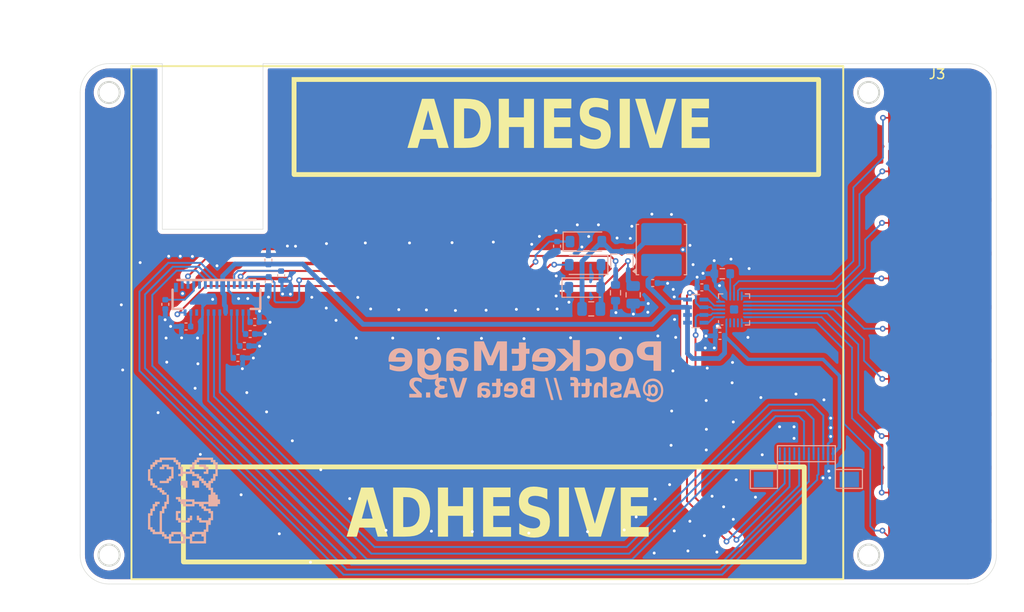
<source format=kicad_pcb>
(kicad_pcb (version 20241229) (generator "pcbnew") (generator_version "9.0")
  (layers (0 "F.Cu" signal) (2 "B.Cu" signal) (13 "F.Paste" user) (15 "B.Paste" user) (5 "F.SilkS" user "F.Silkscreen") (7 "B.SilkS" user "B.Silkscreen") (1 "F.Mask" user) (3 "B.Mask" user) (25 "Edge.Cuts" user))
  (net 0 "")
  (net 1 "GND")
  (net 2 "Net-(C1-Pad1)")
  (net 3 "Net-(C2-Pad2)")
  (net 5 "Net-(C4-Pad2)")
  (net 6 "Net-(C5-Pad1)")
  (net 7 "Net-(C6-Pad2)")
  (net 8 "Net-(C7-Pad2)")
  (net 9 "PREVGL")
  (net 10 "/VCOM")
  (net 11 "PREVGH")
  (net 12 "Net-(D1-K)")
  (net 13 "Net-(D3-A)")
  (net 14 "+3.3V")
  (net 15 "Net-(U1-VREG)")
  (net 16 "Net-(J3-Pin_4)")
  (net 17 "Net-(J3-Pin_9)")
  (net 18 "Net-(J3-Pin_6)")
  (net 19 "Net-(J3-Pin_8)")
  (net 20 "Net-(J3-Pin_7)")
  (net 21 "Net-(J3-Pin_5)")
  (net 25 "CS")
  (net 28 "RESE")
  (net 30 "D{slash}C")
  (net 31 "GDR")
  (net 33 "SDI")
  (net 34 "BUSY")
  (net 35 "SCLK")
  (net 36 "RES")
  (net 38 "Net-(J3-Pin_3)")
  (net 39 "Net-(J3-Pin_2)")
  (net 40 "Net-(J3-Pin_1)")
  (net 43 "I2C_SDA")
  (net 44 "I2C_SCL")
  (net 45 "Net-(U1-REXT)")
  (net 46 "Net-(RN1-R4.1)")
  (net 47 "Net-(RN1-R1.1)")
  (footprint "TouchSlider:TouchSlider-9_50x10mm" (layer "F.Cu") (at 122.46 103.648614 -90)
    (property "Reference" "J3")
    (property "Value" "CapacitiveTouch")
  )
  (footprint "Capacitor_SMD:C_0402_1005Metric" (layer "B.Cu") (at 44.66 104.09 180)
    (property "Reference" "C1" (hide yes))
    (property "Value" "1uF")
  )
  (footprint "Resistor_SMD:R_0603_1608Metric" (layer "B.Cu") (at 100.2575 98.6125)
    (property "Reference" "R3" (hide yes))
    (property "Value" "75k")
  )
  (footprint "Capacitor_SMD:C_0402_1005Metric" (layer "B.Cu") (at 54.52 98.82 -90)
    (property "Reference" "C5" (hide yes))
    (property "Value" "1uF")
  )
  (footprint "Package_TO_SOT_SMD:SOT-323_SC-70" (layer "B.Cu") (at 89.8575 97.3025 90)
    (property "Reference" "Q1" (hide yes))
    (property "Value" "Si1308EDL")
  )
  (footprint "Capacitor_SMD:C_0402_1005Metric" (layer "B.Cu") (at 83.13 95.7525 90)
    (property "Reference" "C10" (hide yes))
    (property "Value" "1uF")
  )
  (footprint "Capacitor_SMD:C_0402_1005Metric" (layer "B.Cu") (at 53.2 97.19 -90)
    (property "Reference" "C3" (hide yes))
    (property "Value" "1uF")
  )
  (footprint "Resistor_SMD:R_0805_2012Metric" (layer "B.Cu") (at 91.02 100.8025 -90)
    (property "Reference" "R2" (hide yes))
    (property "Value" "10k")
  )
  (footprint "Resistor_SMD:R_Array_Concave_4x0603" (layer "B.Cu") (at 97.5075 102.4925 180)
    (property "Reference" "RN1" (hide yes))
    (property "Value" "4x10k")
  )
  (footprint "Inductor_SMD:L_Cenker_CKCS5020" (layer "B.Cu") (at 93.95 96.11 90)
    (property "Reference" "L1" (hide yes))
    (property "Value" "10uH")
  )
  (footprint "Capacitor_SMD:C_0805_2012Metric" (layer "B.Cu") (at 86.67 102.2625 180)
    (property "Reference" "C11" (hide yes))
    (property "Value" "4.7uF")
  )
  (footprint "Capacitor_SMD:C_0402_1005Metric" (layer "B.Cu") (at 51.78 103.63 180)
    (property "Reference" "C9" (hide yes))
    (property "Value" "1uF")
  )
  (footprint "Capacitor_SMD:C_0402_1005Metric" (layer "B.Cu") (at 42.51 101.79 90)
    (property "Reference" "C2" (hide yes))
    (property "Value" "4.7uF")
  )
  (footprint "AFC01-S12FCA-00:AFC01-S12FCA-00" (layer "B.Cu") (at 108.98 117.29 180)
    (property "Reference" "J4" (hide yes))
    (property "Value" "Conn_01x12_Pin")
  )
  (footprint "LOGO" (layer "B.Cu") (at 44.505 122.175 180)
    (property "Reference" "G***" (hide yes))
    (property "Value" "LOGO" (hide yes))
  )
  (footprint "Capacitor_SMD:C_0402_1005Metric" (layer "B.Cu") (at 93.05 99.5825)
    (property "Reference" "C12" (hide yes))
    (property "Value" "4.7uF")
  )
  (footprint "Capacitor_SMD:C_0402_1005Metric" (layer "B.Cu") (at 100.02 105.0625 180)
    (property "Reference" "C14" (hide yes))
    (property "Value" "0.1uF")
  )
  (footprint "Capacitor_SMD:C_0402_1005Metric" (layer "B.Cu") (at 53.23 99.41 -90)
    (property "Reference" "C8" (hide yes))
    (property "Value" "1uF")
  )
  (footprint "Diode_SMD:D_SOD-123" (layer "B.Cu") (at 86.12 95.2825)
    (property "Reference" "D3" (hide yes))
    (property "Value" "MBR0530")
  )
  (footprint "Package_DFN_QFN:UQFN-20_3x3mm_P0.4mm" (layer "B.Cu") (at 101.48 102.3225)
    (property "Reference" "U1" (hide yes))
    (property "Value" "MPR121QR2")
  )
  (footprint "Capacitor_SMD:C_0402_1005Metric" (layer "B.Cu") (at 98.1375 100.0325 180)
    (property "Reference" "C13" (hide yes))
    (property "Value" "0.1uF")
  )
  (footprint "AFE03-S25FMA-1H:AFE03-S25FMA-1H" (layer "B.Cu") (at 47.86 101.20635)
    (property "Reference" "J2" (hide yes))
    (property "Value" "~")
  )
  (footprint "Resistor_SMD:R_0603_1608Metric" (layer "B.Cu") (at 89.1875 100.5925 -90)
    (property "Reference" "R1" (hide yes))
    (property "Value" "1R")
  )
  (footprint "Capacitor_SMD:C_0402_1005Metric" (layer "B.Cu") (at 50.04 107.35 180)
    (property "Reference" "C4" (hide yes))
    (property "Value" "1uF")
  )
  (footprint "Capacitor_SMD:C_0402_1005Metric" (layer "B.Cu") (at 51.31 104.87 180)
    (property "Reference" "C7" (hide yes))
    (property "Value" "1uF")
  )
  (footprint "Capacitor_SMD:C_0402_1005Metric" (layer "B.Cu") (at 50.71 106.11 180)
    (property "Reference" "C6" (hide yes))
    (property "Value" "1uF")
  )
  (footprint "Diode_SMD:D_SOD-123" (layer "B.Cu") (at 86 100.0525)
    (property "Reference" "D2" (hide yes))
    (property "Value" "MBR0530")
  )
  (footprint "Diode_SMD:D_SOD-123" (layer "B.Cu") (at 86.0375 97.6825 180)
    (property "Reference" "D1" (hide yes))
    (property "Value" "MBR0530")
  )
  (gr_poly (pts (xy 52.83 100.76) (xy 52.91 100.4) (xy 52.94 99.71) (xy 53.42 99.73) (xy 53.42 100.07) (xy 53.42 100.83) (xy 53.19 101.51)) (stroke (width 0.2)) (fill yes) (layer "B.Cu") (net 1))
  (gr_poly (pts (xy 82.28 96.31) (xy 82.2 96.36) (xy 82.77 96.06) (xy 83.4 96.06) (xy 83.39 96.45) (xy 82.74 96.86) (xy 82.09 97.03)) (stroke (width 0.2)) (fill yes) (layer "B.Cu") (net 1))
  (gr_poly (pts (xy 100.38 99.89) (xy 100.67 100.53) (xy 100.67 101.21) (xy 100.3 101) (xy 99.96 100.42) (xy 100.11 99.89)) (stroke (width 0.2)) (fill yes) (layer "B.Cu") (net 1))
  (gr_rect (start 44.39 118.66) (end 108.76 128.52) (stroke (width 0.5)) (fill no) (layer "F.SilkS"))
  (gr_rect (start 39 77.07) (end 112.8 130.31) (stroke (width 0.2)) (fill no) (layer "F.SilkS"))
  (gr_rect (start 55.86 78.46) (end 110.25 88.32) (stroke (width 0.5)) (fill no) (layer "F.SilkS"))
  (gr_circle (center 36.68 79.81) (end 37.78 79.81) (stroke (width 0.2)) (fill no) (layer "Edge.Cuts"))
  (gr_line (start 125.68 130.81) (end 36.68 130.81) (stroke (width 0.05)) (layer "Edge.Cuts"))
  (gr_line (start 42.2 76.81) (end 42.2 94) (stroke (width 0.05)) (layer "Edge.Cuts"))
  (gr_line (start 36.68 76.81) (end 42.2 76.81) (stroke (width 0.05)) (layer "Edge.Cuts"))
  (gr_line (start 33.68 127.81) (end 33.68 79.81) (stroke (width 0.05)) (layer "Edge.Cuts"))
  (gr_arc (start 33.68 79.81) (mid 34.55868 77.68868) (end 36.68 76.81) (stroke (width 0.05)) (layer "Edge.Cuts"))
  (gr_line (start 128.68 79.81) (end 128.68 127.81) (stroke (width 0.05)) (layer "Edge.Cuts"))
  (gr_circle (center 115.43 79.81) (end 116.53 79.81) (stroke (width 0.2)) (fill no) (layer "Edge.Cuts"))
  (gr_line (start 52.64 76.81) (end 52.64 94) (stroke (width 0.05)) (layer "Edge.Cuts"))
  (gr_arc (start 125.68 76.81) (mid 127.80132 77.68868) (end 128.68 79.81) (stroke (width 0.05)) (layer "Edge.Cuts"))
  (gr_arc (start 36.68 130.81) (mid 34.55868 129.93132) (end 33.68 127.81) (stroke (width 0.05)) (layer "Edge.Cuts"))
  (gr_circle (center 115.43 127.81) (end 116.53 127.81) (stroke (width 0.2)) (fill no) (layer "Edge.Cuts"))
  (gr_arc (start 128.68 127.81) (mid 127.80132 129.93132) (end 125.68 130.81) (stroke (width 0.05)) (layer "Edge.Cuts"))
  (gr_circle (center 36.68 127.81) (end 37.78 127.81) (stroke (width 0.2)) (fill no) (layer "Edge.Cuts"))
  (gr_line (start 52.64 76.81) (end 125.68 76.81) (stroke (width 0.05)) (layer "Edge.Cuts"))
  (gr_line (start 42.2 94) (end 52.64 94) (stroke (width 0.05)) (layer "Edge.Cuts"))
  (gr_text "ADHESIVE" (at 83.47 86.41 0) (layer "F.SilkS") (effects (font (size 5 4) (thickness 0.75) (bold yes)) (justify bottom)))
  (gr_text "ADHESIVE" (at 77.16 126.75 0) (layer "F.SilkS") (effects (font (size 5 4) (thickness 0.75) (bold yes)) (justify bottom)))
  (gr_text "PocketMage" (at 94.3 109.2 0) (layer "B.SilkS") (effects (font (size 3 3) (thickness 0.3) (bold yes)) (justify left bottom mirror)))
  (gr_text "@Ashtf // Beta V3.2" (at 94.3 111.8 0) (layer "B.SilkS") (effects (font (size 2 1.75) (thickness 0.25) (bold yes)) (justify left bottom mirror)))
  (via (at 94.99 92.46) (size 0.6) (drill 0.3) (layers "F.Cu" "B.Cu") (net 1))
  (via (at 66.09 105.29) (size 0.6) (drill 0.3) (layers "F.Cu" "B.Cu") (net 1))
  (via (at 83.02 94.14) (size 0.6) (drill 0.3) (layers "F.Cu" "B.Cu") (net 1))
  (via (at 74.34 125.38) (size 0.6) (drill 0.3) (layers "F.Cu" "B.Cu") (net 1))
  (via (at 104.258993 111.465529) (size 0.6) (drill 0.3) (layers "F.Cu" "B.Cu") (net 1))
  (via (at 75.77 102.4) (size 0.6) (drill 0.3) (layers "F.Cu" "B.Cu") (net 1))
  (via (at 107.7 114.5) (size 0.6) (drill 0.3) (layers "F.Cu" "B.Cu") (net 1))
  (via (at 98.61 114.76) (size 0.6) (drill 0.3) (layers "F.Cu" "B.Cu") (net 1))
  (via (at 98.6 116.9) (size 0.6) (drill 0.3) (layers "F.Cu" "B.Cu") (net 1))
  (via (at 84.36 101.57) (size 0.6) (drill 0.3) (layers "F.Cu" "B.Cu") (net 1))
  (via (at 111.5 114.6) (size 0.6) (drill 0.3) (layers "F.Cu" "B.Cu") (net 1))
  (via (at 46.14 117.36) (size 0.6) (drill 0.3) (layers "F.Cu" "B.Cu") (net 1))
  (via (at 54.33 125.6) (size 0.6) (drill 0.3) (layers "F.Cu" "B.Cu") (net 1))
  (via (at 96.17 96.12) (size 0.6) (drill 0.3) (layers "F.Cu" "B.Cu") (net 1))
  (via (at 44.3 100.67) (size 0.6) (drill 0.3) (layers "F.Cu" "B.Cu") (net 1))
  (via (at 59.2 102.18) (size 0.6) (drill 0.3) (layers "F.Cu" "B.Cu") (net 1))
  (via (at 89.7 105.29) (size 0.6) (drill 0.3) (layers "F.Cu" "B.Cu") (net 1))
  (via (at 56.01 95.76) (size 0.6) (drill 0.3) (layers "F.Cu" "B.Cu") (net 1))
  (via (at 90.72 94.95) (size 0.6) (drill 0.3) (layers "F.Cu" "B.Cu") (net 1))
  (via (at 101.4 124.1) (size 0.6) (drill 0.3) (layers "F.Cu" "B.Cu") (net 1))
  (via (at 80.2 125.53) (size 0.6) (drill 0.3) (layers "F.Cu" "B.Cu") (net 1))
  (via (at 81.16 102.31) (size 0.6) (drill 0.3) (layers "F.Cu" "B.Cu") (net 1))
  (via (at 47.42 101.27) (size 0.6) (drill 0.3) (layers "F.Cu" "B.Cu") (net 1))
  (via (at 96.9 124.3) (size 0.6) (drill 0.3) (layers "F.Cu" "B.Cu") (net 1))
  (via (at 37.95 101.84) (size 0.6) (drill 0.3) (layers "F.Cu" "B.Cu") (net 1))
  (via (at 98.4 125.8) (size 0.6) (drill 0.3) (layers "F.Cu" "B.Cu") (net 1))
  (via (at 55.17 95.74) (size 0.6) (drill 0.3) (layers "F.Cu" "B.Cu") (net 1))
  (via (at 99.2 121.7) (size 0.6) (drill 0.3) (layers "F.Cu" "B.Cu") (net 1))
  (via (at 67.83 95.42) (size 0.6) (drill 0.3) (layers "F.Cu" "B.Cu") (net 1))
  (via (at 90.88 93.69) (size 0.6) (drill 0.3) (layers "F.Cu" "B.Cu") (net 1))
  (via (at 42.86 96.8) (size 0.6) (drill 0.3) (layers "F.Cu" "B.Cu") (net 1))
  (via (at 98.49 106.32) (size 0.6) (drill 0.3) (layers "F.Cu" "B.Cu") (net 1))
  (via (at 91.04 102.8) (size 0.6) (drill 0.3) (layers "F.Cu" "B.Cu") (net 1))
  (via (at 85.7 95.84) (size 0.6) (drill 0.3) (layers "F.Cu" "B.Cu") (net 1))
  (via (at 50.5 108.47) (size 0.6) (drill 0.3) (layers "F.Cu" "B.Cu") (net 1))
  (via (at 65.39 125.24) (size 0.6) (drill 0.3) (layers "F.Cu" "B.Cu") (net 1))
  (via (at 98.26 98.57) (size 0.6) (drill 0.3) (layers "F.Cu" "B.Cu") (net 1))
  (via (at 47.87 97.79) (size 0.6) (drill 0.3) (layers "F.Cu" "B.Cu") (net 1))
  (via (at 99.43 106.32) (size 0.6) (drill 0.3) (layers "F.Cu" "B.Cu") (net 1))
  (via (at 110.8 111.7) (size 0.6) (drill 0.3) (layers "F.Cu" "B.Cu") (net 1))
  (via (at 70.1 125.33) (size 0.6) (drill 0.3) (layers "F.Cu" "B.Cu") (net 1))
  (via (at 111.3 119.1) (size 0.6) (drill 0.3) (layers "F.Cu" "B.Cu") (net 1))
  (via (at 95.43 105.22) (size 0.6) (drill 0.3) (layers "F.Cu" "B.Cu") (net 1))
  (via (at 84.53 105.26) (size 0.6) (drill 0.3) (layers "F.Cu" "B.Cu") (net 1))
  (via (at 55.4 99.11) (size 0.6) (drill 0.3) (layers "F.Cu" "B.Cu") (net 1))
  (via (at 69.58 102.37) (size 0.6) (drill 0.3) (layers "F.Cu" "B.Cu") (net 1))
  (via (at 76.52 95.33) (size 0.6) (drill 0.3) (layers "F.Cu" "B.Cu") (net 1))
  (via (at 39.9 97.46) (size 0.6) (drill 0.3) (layers "F.Cu" "B.Cu") (net 1))
  (via (at 95.17 100.24) (size 0.6) (drill 0.3) (layers "F.Cu" "B.Cu") (net 1))
  (via (at 50.11 101.2) (size 0.6) (drill 0.3) (layers "F.Cu" "B.Cu") (net 1))
  (via (at 86.29 125.38) (size 0.6) (drill 0.3) (layers "F.Cu" "B.Cu") (net 1))
  (via (at 86.41 94.75) (size 0.6) (drill 0.3) (layers "F.Cu" "B.Cu") (net 1))
  (via (at 79.7 105.35) (size 0.6) (drill 0.3) (layers "F.Cu" "B.Cu") (net 1))
  (via (at 87.42 93.54) (size 0.6) (drill 0.3) (layers "F.Cu" "B.Cu") (net 1))
  (via (at 92.54 102.61) (size 0.6) (drill 0.3) (layers "F.Cu" "B.Cu") (net 1))
  (via (at 101.28 109.93) (size 0.6) (drill 0.3) (layers "F.Cu" "B.Cu") (net 1))
  (via (at 98.7 108.41) (size 0.6) (drill 0.3) (layers "F.Cu" "B.Cu") (net 1))
  (via (at 111.5 113.6) (size 0.6) (drill 0.3) (layers "F.Cu" "B.Cu") (net 1))
  (via (at 89.35 94.91) (size 0.6) (drill 0.3) (layers "F.Cu" "B.Cu") (net 1))
  (via (at 59.22 95.49) (size 0.6) (drill 0.3) (layers "F.Cu" "B.Cu") (net 1))
  (via (at 43.06 104.08) (size 0.6) (drill 0.3) (layers "F.Cu" "B.Cu") (net 1))
  (via (at 57.7 101.06) (size 0.6) (drill 0.3) (layers "F.Cu" "B.Cu") (net 1))
  (via (at 103.7 121.8) (size 0.6) (drill 0.3) (layers "F.Cu" "B.Cu") (net 1))
  (via (at 58.63 118.95) (size 0.6) (drill 0.3) (layers "F.Cu" "B.Cu") (net 1))
  (via (at 93.58 105.07) (size 0.6) (drill 0.3) (layers "F.Cu" "B.Cu") (net 1))
  (via (at 45.89 107.96) (size 0.6) (drill 0.3) (layers "F.Cu" "B.Cu") (net 1))
  (via (at 91.33 123.85) (size 0.6) (drill 0.3) (layers "F.Cu" "B.Cu") (net 1))
  (via (at 97.23 97.67) (size 0.6) (drill 0.3) (layers "F.Cu" "B.Cu") (net 1))
  (via (at 95.14 108.7) (size 0.6) (drill 0.3) (layers "F.Cu" "B.Cu") (net 1))
  (via (at 42.59 105.29) (size 0.6) (drill 0.3) (layers "F.Cu" "B.Cu") (net 1))
  (via (at 89.23 102.65) (size 0.6) (drill 0.3) (layers "F.Cu" "B.Cu") (net 1))
  (via (at 101.32 107.82) (size 0.6) (drill 0.3) (layers "F.Cu" "B.Cu") (net 1))
  (via (at 52.28 106.13) (size 0.6) (drill 0.3) (layers "F.Cu" "B.Cu") (net 1))
  (via (at 66.72 102.34) (size 0.6) (drill 0.3) (layers "F.Cu" "B.Cu") (net 1))
  (via (at 107.9 111.1) (size 0.6) (drill 0.3) (layers "F.Cu" "B.Cu") (net 1))
  (via (at 57.56 128.55) (size 0.6) (drill 0.3) (layers "F.Cu" "B.Cu") (net 1))
  (via (at 51.64 107.36) (size 0.6) (drill 0.3) (layers "F.Cu" "B.Cu") (net 1))
  (via (at 96.91 95.67) (size 0.6) (drill 0.3) (layers "F.Cu" "B.Cu") (net 1))
  (via (at 62.47 101.07) (size 0.6) (drill 0.3) (layers "F.Cu" "B.Cu") (net 1))
  (via (at 60.21 103.45) (size 0.6) (drill 0.3) (layers "F.Cu" "B.Cu") (net 1))
  (via (at 101.4 114) (size 0.6) (drill 0.3) (layers "F.Cu" "B.Cu") (net 1))
  (via (at 101.16 97.1) (size 0.6) (drill 0.3) (layers "F.Cu" "B.Cu") (net 1))
  (via (at 99.74 104.04) (size 0.6) (drill 0.3) (layers "F.Cu" "B.Cu") (net 1))
  (via (at 94.59 99.61) (size 0.6) (drill 0.3) (layers "F.Cu" "B.Cu") (net 1))
  (via (at 62.31 105.29) (size 0.6) (drill 0.3) (layers "F.Cu" "B.Cu") (net 1))
  (via (at 94.95 116.42) (size 0.6) (drill 0.3) (layers "F.Cu" "B.Cu") (net 1))
  (via (at 52.87 104.87) (size 0.6) (drill 0.3) (layers "F.Cu" "B.Cu") (net 1))
  (via (at 102.92 105.22) (size 0.6) (drill 0.3) (layers "F.Cu" "B.Cu") (net 1))
  (via (at 83.03 100.92) (size 0.6) (drill 0.3) (layers "F.Cu" "B.Cu") (net 1))
  (via (at 103.04 98.08) (size 0.6) (drill 0.3) (layers "F.Cu" "B.Cu") (net 1))
  (via (at 72.59 102.43) (size 0.6) (drill 0.3) (layers "F.Cu" "B.Cu") (net 1))
  (via (at 110.7 119.8) (size 0.6) (drill 0.3) (layers "F.Cu" "B.Cu") (net 1))
  (via (at 96.7 127.38) (size 0.6) (drill 0.3) (layers "F.Cu" "B.Cu") (net 1))
  (via (at 99.97 99.85) (size 0.6) (drill 0.3) (layers "F.Cu" "B.Cu") (net 1))
  (via (at 99.42 97.26) (size 0.6) (drill 0.3) (layers "F.Cu" "B.Cu") (net 1))
  (via (at 80.5 95.56) (size 0.6) (drill 0.3) (layers "F.Cu" "B.Cu") (net 1))
  (via (at 53.01 112.95) (size 0.6) (drill 0.3) (layers "F.Cu" "B.Cu") (net 1))
  (via (at 41.76 113.03) (size 0.6) (drill 0.3) (layers "F.Cu" "B.Cu") (net 1))
  (via (at 44.2 105.27) (size 0.6) (drill 0.3) (layers "F.Cu" "B.Cu") (net 1))
  (via (at 78.91 102.31) (size 0.6) (drill 0.3) (layers "F.Cu" "B.Cu") (net 1))
  (via (at 63.25 95.42) (size 0.6) (drill 0.3) (layers "F.Cu" "B.Cu") (net 1))
  (via (at 97.65 98.97) (size 0.6) (drill 0.3) (layers "F.Cu" "B.Cu") (net 1))
  (via (at 83.13 102.27) (size 0.6) (drill 0.3) (layers "F.Cu" "B.Cu") (net 1))
  (via (at 42.49 103.39) (size 0.6) (drill 0.3) (layers "F.Cu" "B.Cu") (net 1))
  (via (at 95.28 101.02) (size 0.6) (drill 0.3) (layers "F.Cu" "B.Cu") (net 1))
  (via (at 44.06 96.8) (size 0.6) (drill 0.3) (layers "F.Cu" "B.Cu") (net 1))
  (via (at 55.68 115.95) (size 0.6) (drill 0.3) (layers "F.Cu" "B.Cu") (net 1))
  (via (at 70.82 105.32) (size 0.6) (drill 0.3) (layers "F.Cu" "B.Cu") (net 1))
  (via (at 100.4 122.8) (size 0.6) (drill 0.3) (layers "F.Cu" "B.Cu") (net 1))
  (via (at 75.29 105.32) (size 0.6) (drill 0.3) (layers "F.Cu" "B.Cu") (net 1))
  (via (at 53.37 103.65) (size 0.6) (drill 0.3) (layers "F.Cu" "B.Cu") (net 1))
  (via (at 45.6 110.5) (size 0.6) (drill 0.3) (layers "F.Cu" "B.Cu") (net 1))
  (via (at 51.06 101.19) (size 0.6) (drill 0.3) (layers "F.Cu" "B.Cu") (net 1))
  (via (at 52.28 102.5) (size 0.6) (drill 0.3) (layers "F.Cu" "B.Cu") (net 1))
  (via (at 42.66 107.79) (size 0.6) (drill 0.3) (layers "F.Cu" "B.Cu") (net 1))
  (via (at 101.7 120) (size 0.6) (drill 0.3) (layers "F.Cu" "B.Cu") (net 1))
  (via (at 92.96 92.43) (size 0.6) (drill 0.3) (layers "F.Cu" "B.Cu") (net 1))
  (via (at 50.37 121.55) (size 0.6) (drill 0.3) (layers "F.Cu" "B.Cu") (net 1))
  (via (at 111.4 119.8) (size 0.6) (drill 0.3) (layers "F.Cu" "B.Cu") (net 1))
  (via (at 107.7 115.7) (size 0.6) (drill 0.3) (layers "F.Cu" "B.Cu") (net 1))
  (via (at 95.31 103.36) (size 0.6) (drill 0.3) (layers "F.Cu" "B.Cu") (net 1))
  (via (at 61.63 121.95) (size 0.6) (drill 0.3) (layers "F.Cu" "B.Cu") (net 1))
  (via (at 55.48 100.74) (size 0.6) (drill 0.3) (layers "F.Cu" "B.Cu") (net 1))
  (via (at 83.04 98.84) (size 0.6) (drill 0.3) (layers "F.Cu" "B.Cu") (net 1))
  (via (at 54.67 100.72) (size 0.6) (drill 0.3) (layers "F.Cu" "B.Cu") (net 1))
  (via (at 106.2 114.5) (size 0.6) (drill 0.3) (layers "F.Cu" "B.Cu") (net 1))
  (via (at 94.8 120.5) (size 0.6) (drill 0.3) (layers "F.Cu" "B.Cu") (net 1))
  (via (at 93.2 127.6) (size 0.6) (drill 0.3) (layers "F.Cu" "B.Cu") (net 1))
  (via (at 95.01 112.86) (size 0.6) (drill 0.3) (layers "F.Cu" "B.Cu") (net 1))
  (via (at 95.28 125.3) (size 0.6) (drill 0.3) (layers "F.Cu" "B.Cu") (net 1))
  (via (at 50.96 110.95) (size 0.6) (drill 0.3) (layers "F.Cu" "B.Cu") (net 1))
  (via (at 85.23 93.54) (size 0.6) (drill 0.3) (layers "F.Cu" "B.Cu") (net 1))
  (via (at 99.7 127.5) (size 0.6) (drill 0.3) (layers "F.Cu" "B.Cu") (net 1))
  (via (at 45.85 105.29) (size 0.6) (drill 0.3) (layers "F.Cu" "B.Cu") (net 1))
  (via (at 98.57 105.08) (size 0.6) (drill 0.3) (layers "F.Cu" "B.Cu") (net 1))
  (via (at 111.5 115.5) (size 0.6) (drill 0.3) (layers "F.Cu" "B.Cu") (net 1))
  (via (at 92.58 101.71) (size 0.6) (drill 0.3) (layers "F.Cu" "B.Cu") (net 1))
  (via (at 98.59 111.77) (size 0.6) (drill 0.3) (layers "F.Cu" "B.Cu") (net 1))
  (via (at 90.09 125.2) (size 0.6) (drill 0.3) (layers "F.Cu" "B.Cu") (net 1))
  (via (at 53.21 101.04) (size 0.6) (drill 0.3) (layers "F.Cu" "B.Cu") (net 1))
  (via (at 45.32 96.82) (size 0.6) (drill 0.3) (layers "F.Cu" "B.Cu") (net 1))
  (via (at 72.24 95.39) (size 0.6) (drill 0.3) (layers "F.Cu" "B.Cu") (net 1))
  (via (at 93.3 122) (size 0.6) (drill 0.3) (layers "F.Cu" "B.Cu") (net 1))
  (via (at 104.4 117.4) (size 0.6) (drill 0.3) (layers "F.Cu" "B.Cu") (net 1))
  (via (at 63.8 102.27) (size 0.6) (drill 0.3) (layers "F.Cu" "B.Cu") (net 1))
  (via (at 81.3 94.74) (size 0.6) (drill 0.3) (layers "F.Cu" "B.Cu") (net 1))
  (via (at 38.09 108.6) (size 0.6) (drill 0.3) (layers "F.Cu" "B.Cu") (net 1))
  (segment (start 111.23 117.29) (end 111.23 118.77) (width 0.25) (layer "B.Cu") (net 1))
  (segment (start 49.0603 100.36865) (end 49.89165 101.2) (width 0.25) (layer "B.Cu") (net 1))
  (segment (start 46.06 103.46895) (end 46.06 103.58) (width 0.25) (layer "B.Cu") (net 1))
  (segment (start 46.3603 102.64365) (end 46.3603 102.06865) (width 0.25) (layer "B.Cu") (net 1))
  (segment (start 111.23 117.29) (end 111.23 116.27) (width 0.25) (layer "B.Cu") (net 1))
  (segment (start 46.3603 103.16865) (end 46.06 103.46895) (width 0.25) (layer "B.Cu") (net 1))
  (segment (start 49.0603 99.76855) (end 49.0603 100.36865) (width 0.25) (layer "B.Cu") (net 1))
  (segment (start 47.15895 101.27) (end 47.42 101.27) (width 0.25) (layer "B.Cu") (net 1))
  (segment (start 46.3603 104.7797) (end 45.85 105.29) (width 0.25) (layer "B.Cu") (net 1))
  (segment (start 46.3603 102.06865) (end 47.15895 101.27) (width 0.25) (layer "B.Cu") (net 1))
  (segment (start 111.23 118.77) (end 111.2 118.8) (width 0.25) (layer "B.Cu") (net 1))
  (segment (start 46.3603 102.64365) (end 46.3603 104.7797) (width 0.25) (layer "B.Cu") (net 1))
  (segment (start 46.3603 102.64365) (end 46.3603 103.16865) (width 0.25) (layer "B.Cu") (net 1))
  (segment (start 49.89165 101.2) (end 50.11 101.2) (width 0.25) (layer "B.Cu") (net 1))
  (segment (start 111.23 116.27) (end 111.6 115.9) (width 0.25) (layer "B.Cu") (net 1))
  (segment (start 45.1601 104.0699) (end 45.14 104.09) (width 0.2) (layer "B.Cu") (net 2))
  (segment (start 45.1601 102.64365) (end 45.1601 104.0699) (width 0.2) (layer "B.Cu") (net 2))
  (segment (start 44.51865 101.31) (end 42.51 101.31) (width 0.2) (layer "B.Cu") (net 3))
  (segment (start 45.4601 100.36855) (end 44.51865 101.31) (width 0.2) (layer "B.Cu") (net 3))
  (segment (start 45.4601 99.76855) (end 45.4601 100.36855) (width 0.2) (layer "B.Cu") (net 3))
  (segment (start 49.3603 102.64365) (end 49.3603 107.1503) (width 0.2) (layer "B.Cu") (net 5))
  (segment (start 49.3603 107.1503) (end 49.56 107.35) (width 0.2) (layer "B.Cu") (net 5))
  (segment (start 50.05 98.31) (end 54.69 98.31) (width 0.2) (layer "B.Cu") (net 6))
  (segment (start 49.6602 99.76855) (end 49.6602 98.6998) (width 0.2) (layer "B.Cu") (net 6))
  (segment (start 54.69 98.31) (end 54.7 98.32) (width 0.2) (layer "B.Cu") (net 6))
  (segment (start 49.6602 98.6998) (end 50.05 98.31) (width 0.2) (layer "B.Cu") (net 6))
  (segment (start 50.23 106.11) (end 49.9599 105.8399) (width 0.2) (layer "B.Cu") (net 7))
  (segment (start 49.9599 105.8399) (end 49.9599 102.64385) (width 0.2) (layer "B.Cu") (net 7))
  (segment (start 50.5601 102.64415) (end 50.5601 104.6001) (width 0.2) (layer "B.Cu") (net 8))
  (segment (start 50.5601 104.6001) (end 50.83 104.87) (width 0.2) (layer "B.Cu") (net 8))
  (segment (start 82.434314 97.67) (end 80.964314 99.14) (width 0.2) (layer "F.Cu") (net 9))
  (segment (start 80.964314 99.14) (end 56.539341 99.14) (width 0.2) (layer "F.Cu") (net 9))
  (segment (start 56.539341 99.14) (end 56.389341 99.29) (width 0.2) (layer "F.Cu") (net 9))
  (segment (start 82.83 97.67) (end 82.434314 97.67) (width 0.2) (layer "F.Cu") (net 9))
  (via (at 82.83 97.67) (size 0.6) (drill 0.3) (layers "F.Cu" "B.Cu") (net 9))
  (via (at 56.389341 99.29) (size 0.6) (drill 0.3) (layers "F.Cu" "B.Cu") (net 9))
  (segment (start 84.3875 97.6825) (end 82.8475 97.6825) (width 0.2) (layer "B.Cu") (net 9))
  (segment (start 51.09815 98.93) (end 50.8596 99.16855) (width 0.2) (layer "B.Cu") (net 9))
  (segment (start 56.389341 99.29) (end 56.389341 101.300659) (width 0.2) (layer "B.Cu") (net 9))
  (segment (start 82.83 97.7) (end 82.83 97.67) (width 0.2) (layer "B.Cu") (net 9))
  (segment (start 56.11 101.58) (end 53.98 101.58) (width 0.2) (layer "B.Cu") (net 9))
  (segment (start 53.23 98.93) (end 51.09815 98.93) (width 0.2) (layer "B.Cu") (net 9))
  (segment (start 53.84 101.44) (end 53.84 99.54) (width 0.2) (layer "B.Cu") (net 9))
  (segment (start 56.389341 101.300659) (end 56.11 101.58) (width 0.2) (layer "B.Cu") (net 9))
  (segment (start 82.8475 97.6825) (end 82.83 97.7) (width 0.2) (layer "B.Cu") (net 9))
  (segment (start 53.98 101.58) (end 53.84 101.44) (width 0.2) (layer "B.Cu") (net 9))
  (segment (start 50.8596 99.16855) (end 50.8596 99.76855) (width 0.2) (layer "B.Cu") (net 9))
  (segment (start 53.84 99.54) (end 53.23 98.93) (width 0.2) (layer "B.Cu") (net 9))
  (segment (start 51.1601 102.64415) (end 51.1601 103.6301) (width 0.2) (layer "B.Cu") (net 10))
  (segment (start 51.1601 103.6301) (end 51.33 103.8) (width 0.2) (layer "B.Cu") (net 10))
  (segment (start 79.94 98.33) (end 50.898164 98.33) (width 0.2) (layer "F.Cu") (net 11))
  (segment (start 50.898164 98.33) (end 50.318165 98.909999) (width 0.2) (layer "F.Cu") (net 11))
  (segment (start 80.9 97.37) (end 79.94 98.33) (width 0.2) (layer "F.Cu") (net 11))
  (via (at 50.318165 98.909999) (size 0.6) (drill 0.3) (layers "F.Cu" "B.Cu") (net 11))
  (via (at 80.9 97.37) (size 0.6) (drill 0.3) (layers "F.Cu" "B.Cu") (net 11))
  (segment (start 80.9 96.7) (end 82.3275 95.2725) (width 0.2) (layer "B.Cu") (net 11))
  (segment (start 80.9 97.37) (end 80.9 96.7) (width 0.2) (layer "B.Cu") (net 11))
  (segment (start 82.3275 95.2725) (end 83.13 95.2725) (width 0.2) (layer "B.Cu") (net 11))
  (segment (start 50.2602 98.967964) (end 50.2602 99.76855) (width 0.2) (layer "B.Cu") (net 11))
  (segment (start 50.318165 98.909999) (end 50.2602 98.967964) (width 0.2) (layer "B.Cu") (net 11))
  (segment (start 83.13 95.2725) (end 84.46 95.2725) (width 0.25) (layer "B.Cu") (net 11))
  (segment (start 84.46 95.2725) (end 84.47 95.2825) (width 0.25) (layer "B.Cu") (net 11))
  (segment (start 87.6875 97.6825) (end 87.6875 102.195) (width 0.5) (layer "B.Cu") (net 12))
  (segment (start 87.6875 102.195) (end 87.62 102.2625) (width 0.5) (layer "B.Cu") (net 12))
  (segment (start 87.77 95.2825) (end 85.72 97.3325) (width 0.5) (layer "B.Cu") (net 13))
  (segment (start 91.2575 96.3025) (end 92.3375 95.2225) (width 0.5) (layer "B.Cu") (net 13))
  (segment (start 92.3375 95.2225) (end 93.75 95.2225) (width 0.5) (layer "B.Cu") (net 13))
  (segment (start 85.72 97.3325) (end 85.72 102.2625) (width 0.5) (layer "B.Cu") (net 13))
  (segment (start 88.79 96.3025) (end 87.77 95.2825) (width 0.5) (layer "B.Cu") (net 13))
  (segment (start 89.8575 96.3025) (end 88.79 96.3025) (width 0.5) (layer "B.Cu") (net 13))
  (segment (start 89.8575 96.3025) (end 91.2575 96.3025) (width 0.5) (layer "B.Cu") (net 13))
  (segment (start 56.77 97.61) (end 63.02 103.86) (width 0.5) (layer "B.Cu") (net 14))
  (segment (start 112.4 116.62) (end 111.73 117.29) (width 0.35) (layer "B.Cu") (net 14))
  (segment (start 48.7603 102.64365) (end 48.7603 101.99895) (width 0.5) (layer "B.Cu") (net 14))
  (segment (start 110.7025 107.5025) (end 112.4 109.2) (width 0.35) (layer "B.Cu") (net 14))
  (segment (start 93.75 98.2225) (end 93.620001 98.2225) (width 0.5) (layer "B.Cu") (net 14))
  (segment (start 48.4601 98.86855) (end 49.71865 97.61) (width 0.5) (layer "B.Cu") (net 14))
  (segment (start 92.57 99.5325) (end 92.57 99.4025) (width 0.25) (layer "B.Cu") (net 14))
  (segment (start 92.57 99.272501) (end 92.57 99.5825) (width 0.5) (layer "B.Cu") (net 14))
  (segment (start 96.6575 103.6925) (end 96.6575 106.8975) (width 0.5) (layer "B.Cu") (net 14))
  (segment (start 112.4 109.2) (end 112.4 116.62) (width 0.35) (layer "B.Cu") (net 14))
  (segment (start 93.620001 98.2225) (end 92.57 99.272501) (width 0.5) (layer "B.Cu") (net 14))
  (segment (start 100.68 104.8825) (end 100.5 105.0625) (width 0.18) (layer "B.Cu") (net 14))
  (segment (start 92.57 99.5825) (end 92.57 99.892499) (width 0.5) (layer "B.Cu") (net 14))
  (segment (start 102.94 107.5025) (end 110.7025 107.5025) (width 0.35) (layer "B.Cu") (net 14))
  (segment (start 96.6575 102.0925) (end 96.6575 103.6925) (width 0.5) (layer "B.Cu") (net 14))
  (segment (start 49.71865 97.61) (end 56.77 97.61) (width 0.5) (layer "B.Cu") (net 14))
  (segment (start 94.7575 102.0925) (end 94.770001 102.0925) (width 0.5) (layer "B.Cu") (net 14))
  (segment (start 97.17 107.41) (end 99.94 107.41) (width 0.5) (layer "B.Cu") (net 14))
  (segment (start 92.57 99.892499) (end 94.770001 102.0925) (width 0.5) (layer "B.Cu") (net 14))
  (segment (start 94.770001 102.0925) (end 96.6575 102.0925) (width 0.5) (layer "B.Cu") (net 14))
  (segment (start 99.94 107.41) (end 100.5 106.85) (width 0.5) (layer "B.Cu") (net 14))
  (segment (start 92.99 103.86) (end 94.7575 102.0925) (width 0.5) (layer "B.Cu") (net 14))
  (segment (start 100.5 105.0625) (end 102.94 107.5025) (width 0.35) (layer "B.Cu") (net 14))
  (segment (start 48.63 101.86865) (end 48.63 100.78825) (width 0.5) (layer "B.Cu") (net 14))
  (segment (start 63.02 103.86) (end 92.99 103.86) (width 0.5) (layer "B.Cu") (net 14))
  (segment (start 96.6575 106.8975) (end 97.17 107.41) (width 0.5) (layer "B.Cu") (net 14))
  (segment (start 48.4601 100.61835) (end 48.4601 99.76855) (width 0.5) (layer "B.Cu") (net 14))
  (segment (start 100.5 106.85) (end 100.5 105.0625) (width 0.5) (layer "B.Cu") (net 14))
  (segment (start 100.68 103.71) (end 100.68 104.8825) (width 0.18) (layer "B.Cu") (net 14))
  (segment (start 48.63 100.78825) (end 48.4601 100.61835) (width 0.5) (layer "B.Cu") (net 14))
  (segment (start 48.7603 101.99895) (end 48.63 101.86865) (width 0.5) (layer "B.Cu") (net 14))
  (segment (start 48.4601 99.76855) (end 48.4601 98.86855) (width 0.5) (layer "B.Cu") (net 14))
  (segment (start 100.0925 101.5225) (end 98.6175 100.0475) (width 0.18) (layer "B.Cu") (net 15))
  (segment (start 98.6175 100.0475) (end 98.6175 100.0325) (width 0.18) (layer "B.Cu") (net 15))
  (segment (start 116.76 99.100278) (end 118.84 99.100278) (width 0.18) (layer "F.Cu") (net 16))
  (via (at 116.76 99.100278) (size 0.6) (drill 0.3) (layers "F.Cu" "B.Cu") (net 16))
  (segment (start 112.5275 101.5225) (end 102.8675 101.5225) (width 0.18) (layer "B.Cu") (net 16))
  (segment (start 114.949722 99.100278) (end 112.5275 101.5225) (width 0.18) (layer "B.Cu") (net 16))
  (segment (start 116.76 99.100278) (end 114.949722 99.100278) (width 0.18) (layer "B.Cu") (net 16))
  (segment (start 116.86 125.27) (end 118.06759 126.47759) (width 0.18) (layer "F.Cu") (net 17))
  (segment (start 118.06759 126.47759) (end 121.34 126.47759) (width 0.18) (layer "F.Cu") (net 17))
  (via (at 116.86 125.27) (size 0.6) (drill 0.3) (layers "F.Cu" "B.Cu") (net 17))
  (segment (start 115.6 124.81) (end 115.6 116.9) (width 0.18) (layer "B.Cu") (net 17))
  (segment (start 112.89 106.51) (end 110.09 103.71) (width 0.18) (layer "B.Cu") (net 17))
  (segment (start 110.09 103.71) (end 102.28 103.71) (width 0.18) (layer "B.Cu") (net 17))
  (segment (start 116.06 125.27) (end 115.6 124.81) (width 0.18) (layer "B.Cu") (net 17))
  (segment (start 116.86 125.27) (end 116.06 125.27) (width 0.18) (layer "B.Cu") (net 17))
  (segment (start 112.89 114.19) (end 112.89 106.51) (width 0.18) (layer "B.Cu") (net 17))
  (segment (start 115.6 116.9) (end 112.89 114.19) (width 0.18) (layer "B.Cu") (net 17))
  (segment (start 116.85 109.53) (end 118.158612 109.53) (width 0.18) (layer "F.Cu") (net 18))
  (segment (start 118.158612 109.53) (end 118.84 110.211388) (width 0.18) (layer "F.Cu") (net 18))
  (via (at 116.85 109.53) (size 0.6) (drill 0.3) (layers "F.Cu" "B.Cu") (net 18))
  (segment (start 111.8025 102.3225) (end 102.8675 102.3225) (width 0.18) (layer "B.Cu") (net 18))
  (segment (start 114.95 105.47) (end 111.8025 102.3225) (width 0.18) (layer "B.Cu") (net 18))
  (segment (start 116.85 109.53) (end 114.95 107.63) (width 0.18) (layer "B.Cu") (net 18))
  (segment (start 114.95 107.63) (end 114.95 105.47) (width 0.18) (layer "B.Cu") (net 18))
  (segment (start 116.79 121.322498) (end 118.84 121.322498) (width 0.18) (layer "F.Cu") (net 19))
  (via (at 116.79 121.322498) (size 0.6) (drill 0.3) (layers "F.Cu" "B.Cu") (net 19))
  (segment (start 116.79 121.322498) (end 116.8 121.312498) (width 0.18) (layer "B.Cu") (net 19))
  (segment (start 113.71 113.61) (end 113.71 106.28) (width 0.18) (layer "B.Cu") (net 19))
  (segment (start 116.8 116.7) (end 113.71 113.61) (width 0.18) (layer "B.Cu") (net 19))
  (segment (start 110.5525 103.1225) (end 102.8675 103.1225) (width 0.18) (layer "B.Cu") (net 19))
  (segment (start 113.71 106.28) (end 110.5525 103.1225) (width 0.18) (layer "B.Cu") (net 19))
  (segment (start 116.8 121.312498) (end 116.8 116.7) (width 0.18) (layer "B.Cu") (net 19))
  (segment (start 116.79 115.46) (end 118.533057 115.46) (width 0.18) (layer "F.Cu") (net 20))
  (segment (start 118.533057 115.46) (end 118.84 115.766943) (width 0.18) (layer "F.Cu") (net 20))
  (via (at 116.79 115.46) (size 0.6) (drill 0.3) (layers "F.Cu" "B.Cu") (net 20))
  (segment (start 111.1325 102.7225) (end 102.8675 102.7225) (width 0.18) (layer "B.Cu") (net 20))
  (segment (start 116.79 115.46) (end 114.36 113.03) (width 0.18) (layer "B.Cu") (net 20))
  (segment (start 114.36 105.95) (end 111.1325 102.7225) (width 0.18) (layer "B.Cu") (net 20))
  (segment (start 114.36 113.03) (end 114.36 105.95) (width 0.18) (layer "B.Cu") (net 20))
  (segment (start 118.504167 104.32) (end 118.84 104.655833) (width 0.18) (layer "F.Cu") (net 21))
  (segment (start 116.89 104.32) (end 118.504167 104.32) (width 0.18) (layer "F.Cu") (net 21))
  (via (at 116.89 104.32) (size 0.6) (drill 0.3) (layers "F.Cu" "B.Cu") (net 21))
  (segment (start 114.97 104.32) (end 112.5725 101.9225) (width 0.18) (layer "B.Cu") (net 21))
  (segment (start 112.5725 101.9225) (end 102.8675 101.9225) (width 0.18) (layer "B.Cu") (net 21))
  (segment (start 116.89 104.32) (end 114.97 104.32) (width 0.18) (layer "B.Cu") (net 21))
  (segment (start 109.73 113.73) (end 109.73 117.29) (width 0.2) (layer "B.Cu") (net 25))
  (segment (start 105.46 112.8) (end 108.8 112.8) (width 0.2) (layer "B.Cu") (net 25))
  (segment (start 47.5602 102.64365) (end 47.5602 111.3502) (width 0.2) (layer "B.Cu") (net 25))
  (segment (start 63.87 127.66) (end 90.6 127.66) (width 0.2) (layer "B.Cu") (net 25))
  (segment (start 47.5602 111.3502) (end 63.87 127.66) (width 0.2) (layer "B.Cu") (net 25))
  (segment (start 108.8 112.8) (end 109.73 113.73) (width 0.2) (layer "B.Cu") (net 25))
  (segment (start 90.6 127.66) (end 105.46 112.8) (width 0.2) (layer "B.Cu") (net 25))
  (segment (start 88.67 96.77) (end 89.2 97.3) (width 0.2) (layer "F.Cu") (net 28))
  (segment (start 46.98 96.77) (end 88.67 96.77) (width 0.2) (layer "F.Cu") (net 28))
  (segment (start 44.86 98.89) (end 46.98 96.77) (width 0.2) (layer "F.Cu") (net 28))
  (via (at 89.2 97.3) (size 0.6) (drill 0.3) (layers "F.Cu" "B.Cu") (net 28))
  (via (at 44.86 98.89) (size 0.6) (drill 0.3) (layers "F.Cu" "B.Cu") (net 28))
  (segment (start 89.2075 99.7475) (end 89.1875 99.7675) (width 0.5) (layer "B.Cu") (net 28))
  (segment (start 44.86 98.89) (end 44.86 98.92) (width 0.2) (layer "B.Cu") (net 28))
  (segment (start 44.86 98.92) (end 44.8601 98.9201) (width 0.2) (layer "B.Cu") (net 28))
  (segment (start 89.2075 98.3025) (end 89.2075 99.7475) (width 0.5) (layer "B.Cu") (net 28))
  (segment (start 89.2 97.3) (end 89.2 98.295) (width 0.2) (layer "B.Cu") (net 28))
  (segment (start 89.2 98.295) (end 89.2075 98.3025) (width 0.2) (layer "B.Cu") (net 28))
  (segment (start 44.8601 98.9201) (end 44.8601 99.76855) (width 0.2) (layer "B.Cu") (net 28))
  (segment (start 109.23 120.17) (end 109.23 117.29) (width 0.2) (layer "B.Cu") (net 30))
  (segment (start 45.98165 97.89) (end 43.28 97.89) (width 0.2) (layer "B.Cu") (net 30))
  (segment (start 100.09 129.31) (end 109.23 120.17) (width 0.2) (layer "B.Cu") (net 30))
  (segment (start 43.28 97.89) (end 40.41 100.76) (width 0.2) (layer "B.Cu") (net 30))
  (segment (start 47.2602 99.16855) (end 45.98165 97.89) (width 0.2) (layer "B.Cu") (net 30))
  (segment (start 40.41 108.41) (end 61.31 129.31) (width 0.2) (layer "B.Cu") (net 30))
  (segment (start 40.41 100.76) (end 40.41 108.41) (width 0.2) (layer "B.Cu") (net 30))
  (segment (start 61.31 129.31) (end 100.09 129.31) (width 0.2) (layer "B.Cu") (net 30))
  (segment (start 47.2602 99.76855) (end 47.2602 99.16855) (width 0.2) (layer "B.Cu") (net 30))
  (segment (start 46.69 99.89) (end 87.89 99.89) (width 0.2) (layer "F.Cu") (net 31))
  (segment (start 87.89 99.89) (end 90.48 97.3) (width 0.2) (layer "F.Cu") (net 31))
  (segment (start 43.76 102.82) (end 46.69 99.89) (width 0.2) (layer "F.Cu") (net 31))
  (via (at 43.76 102.82) (size 0.6) (drill 0.3) (layers "F.Cu" "B.Cu") (net 31))
  (via (at 90.48 97.3) (size 0.6) (drill 0.3) (layers "F.Cu" "B.Cu") (net 31))
  (segment (start 43.93635 102.64365) (end 43.76 102.82) (width 0.2) (layer "B.Cu") (net 31))
  (segment (start 90.48 98.275) (end 90.5075 98.3025) (width 0.2) (layer "B.Cu") (net 31))
  (segment (start 90.5075 98.3025) (end 90.5075 99.3775) (width 0.5) (layer "B.Cu") (net 31))
  (segment (start 90.5075 99.3775) (end 91.02 99.89) (width 0.5) (layer "B.Cu") (net 31))
  (segment (start 90.48 97.3) (end 90.48 98.275) (width 0.2) (layer "B.Cu") (net 31))
  (segment (start 44.5602 102.64365) (end 43.93635 102.64365) (width 0.2) (layer "B.Cu") (net 31))
  (segment (start 96.66 120.67) (end 96.66 120.64) (width 0.2) (layer "B.Cu") (net 33))
  (segment (start 96.66 120.64) (end 105.1 112.2) (width 0.2) (layer "B.Cu") (net 33))
  (segment (start 109.6 112.2) (end 110.73 113.33) (width 0.2) (layer "B.Cu") (net 33))
  (segment (start 90.36 126.97) (end 96.66 120.67) (width 0.2) (layer "B.Cu") (net 33))
  (segment (start 48.1601 102.64365) (end 48.1601 110.9301) (width 0.2) (layer "B.Cu") (net 33))
  (segment (start 105.1 112.2) (end 109.6 112.2) (width 0.2) (layer "B.Cu") (net 33))
  (segment (start 110.73 113.33) (end 110.73 117.29) (width 0.2) (layer "B.Cu") (net 33))
  (segment (start 64.2 126.97) (end 90.36 126.97) (width 0.2) (layer "B.Cu") (net 33))
  (segment (start 48.1601 110.9301) (end 64.2 126.97) (width 0.2) (layer "B.Cu") (net 33))
  (segment (start 42.16 109.16) (end 61.81 128.81) (width 0.2) (layer "B.Cu") (net 34))
  (segment (start 41.16 100.82) (end 41.16 108.16) (width 0.2) (layer "B.Cu") (net 34))
  (segment (start 46.6602 99.21845) (end 45.73175 98.29) (width 0.2) (layer "B.Cu") (net 34))
  (segment (start 43.69 98.29) (end 41.16 100.82) (width 0.2) (layer "B.Cu") (net 34))
  (segment (start 45.73175 98.29) (end 43.69 98.29) (width 0.2) (layer "B.Cu") (net 34))
  (segment (start 108.23 120.57) (end 108.23 117.29) (width 0.2) (layer "B.Cu") (net 34))
  (segment (start 46.6602 99.76855) (end 46.6602 99.21845) (width 0.2) (layer "B.Cu") (net 34))
  (segment (start 61.81 128.81) (end 99.99 128.81) (width 0.2) (layer "B.Cu") (net 34))
  (segment (start 42.16 109.16) (end 41.16 108.16) (width 0.2) (layer "B.Cu") (net 34))
  (segment (start 99.99 128.81) (end 108.23 120.57) (width 0.2) (layer "B.Cu") (net 34))
  (segment (start 47.8601 99.16855) (end 46.18155 97.49) (width 0.2) (layer "B.Cu") (net 35))
  (segment (start 46.18155 97.49) (end 42.81 97.49) (width 0.2) (layer "B.Cu") (net 35))
  (segment (start 110.1 120) (end 110.1 119.551471) (width 0.2) (layer "B.Cu") (net 35))
  (segment (start 110.1 119.551471) (end 110.23 119.421471) (width 0.2) (layer "B.Cu") (net 35))
  (segment (start 100.26 129.84) (end 110.1 120) (width 0.2) (layer "B.Cu") (net 35))
  (segment (start 39.83 100.47) (end 39.83 108.68) (width 0.2) (layer "B.Cu") (net 35))
  (segment (start 110.23 119.421471) (end 110.23 117.29) (width 0.2) (layer "B.Cu") (net 35))
  (segment (start 60.99 129.84) (end 100.26 129.84) (width 0.2) (layer "B.Cu") (net 35))
  (segment (start 42.81 97.49) (end 39.83 100.47) (width 0.2) (layer "B.Cu") (net 35))
  (segment (start 47.8601 99.76855) (end 47.8601 99.16855) (width 0.2) (layer "B.Cu") (net 35))
  (segment (start 39.83 108.68) (end 60.99 129.84) (width 0.2) (layer "B.Cu") (net 35))
  (segment (start 46.953557 102.650293) (end 46.953557 111.793557) (width 0.2) (layer "B.Cu") (net 36))
  (segment (start 46.953557 111.793557) (end 63.42 128.26) (width 0.2) (layer "B.Cu") (net 36))
  (segment (start 90.91 128.26) (end 105.77 113.4) (width 0.2) (layer "B.Cu") (net 36))
  (segment (start 108.73 113.93) (end 108.73 117.29) (width 0.2) (layer "B.Cu") (net 36))
  (segment (start 108.2 113.4) (end 108.73 113.93) (width 0.2) (layer "B.Cu") (net 36))
  (segment (start 46.9602 102.64365) (end 46.953557 102.650293) (width 0.2) (layer "B.Cu") (net 36))
  (segment (start 63.42 128.26) (end 90.91 128.26) (width 0.2) (layer "B.Cu") (net 36))
  (segment (start 105.77 113.4) (end 108.2 113.4) (width 0.2) (layer "B.Cu") (net 36))
  (segment (start 116.82 93.34) (end 118.635277 93.34) (width 0.18) (layer "F.Cu") (net 38))
  (segment (start 118.635277 93.34) (end 118.84 93.544723) (width 0.18) (layer "F.Cu") (net 38))
  (via (at 116.82 93.34) (size 0.6) (drill 0.3) (layers "F.Cu" "B.Cu") (net 38))
  (segment (start 112.165 100.935) (end 102.28 100.935) (width 0.18) (layer "B.Cu") (net 38))
  (segment (start 116.82 93.34) (end 115.07 95.09) (width 0.18) (layer "B.Cu") (net 38))
  (segment (start 115.07 98.03) (end 112.165 100.935) (width 0.18) (layer "B.Cu") (net 38))
  (segment (start 115.07 95.09) (end 115.07 98.03) (width 0.18) (layer "B.Cu") (net 38))
  (segment (start 116.85 87.989168) (end 118.84 87.989168) (width 0.18) (layer "F.Cu") (net 39))
  (via (at 116.85 87.989168) (size 0.6) (drill 0.3) (layers "F.Cu" "B.Cu") (net 39))
  (segment (start 114.48 97.73) (end 112.0375 100.1725) (width 0.18) (layer "B.Cu") (net 39))
  (segment (start 102.079706 100.1725) (end 101.88 100.372206) (width 0.18) (layer "B.Cu") (net 39))
  (segment (start 116.85 87.989168) (end 114.48 90.359168) (width 0.18) (layer "B.Cu") (net 39))
  (segment (start 114.48 90.359168) (end 114.48 97.73) (width 0.18) (layer "B.Cu") (net 39))
  (segment (start 112.0375 100.1725) (end 102.079706 100.1725) (width 0.18) (layer "B.Cu") (net 39))
  (segment (start 101.88 100.372206) (end 101.88 100.935) (width 0.18) (layer "B.Cu") (net 39))
  (segment (start 116.92 82.433613) (end 118.84 82.433613) (width 0.18) (layer "F.Cu") (net 40))
  (via (at 116.92 82.433613) (size 0.6) (drill 0.3) (layers "F.Cu" "B.Cu") (net 40))
  (segment (start 116.92 82.433613) (end 116.92 86.6) (width 0.18) (layer "B.Cu") (net 40))
  (segment (start 113.85 97.3) (end 111.7725 99.3775) (width 0.18) (layer "B.Cu") (net 40))
  (segment (start 113.85 89.67) (end 113.85 97.3) (width 0.18) (layer "B.Cu") (net 40))
  (segment (start 111.7725 99.3775) (end 101.9725 99.3775) (width 0.18) (layer "B.Cu") (net 40))
  (segment (start 101.48 99.87) (end 101.48 100.935) (width 0.18) (layer "B.Cu") (net 40))
  (segment (start 116.92 86.6) (end 113.85 89.67) (width 0.18) (layer "B.Cu") (net 40))
  (segment (start 101.9725 99.3775) (end 101.48 99.87) (width 0.18) (layer "B.Cu") (net 40))
  (segment (start 96.600064 122.200064) (end 96.600064 100.892434) (width 0.2) (layer "F.Cu") (net 43))
  (segment (start 96.600064 100.892434) (end 96.9 100.592498) (width 0.2) (layer "F.Cu") (net 43))
  (segment (start 100.7 126.3) (end 96.600064 122.200064) (width 0.2) (layer "F.Cu") (net 43))
  (segment (start 96.762498 100.592498) (end 96.9 100.592498) (width 0.2) (layer "F.Cu") (net 43))
  (segment (start 100.7 126.4) (end 100.7 126.3) (width 0.2) (layer "F.Cu") (net 43))
  (via (at 100.7 126.4) (size 0.6) (drill 0.3) (layers "F.Cu" "B.Cu") (net 43))
  (via (at 96.9 100.592498) (size 0.6) (drill 0.3) (layers "F.Cu" "B.Cu") (net 43))
  (segment (start 97.52 100.905) (end 97.52 101.65) (width 0.2) (layer "B.Cu") (net 43))
  (segment (start 96.9 100.592498) (end 97.207498 100.592498) (width 0.2) (layer "B.Cu") (net 43))
  (segment (start 100.7 126.4) (end 106.73 120.37) (width 0.2) (layer "B.Cu") (net 43))
  (segment (start 99.050099 102.0925) (end 98.3575 102.0925) (width 0.18) (layer "B.Cu") (net 43))
  (segment (start 106.73 120.37) (end 106.73 117.29) (width 0.2) (layer "B.Cu") (net 43))
  (segment (start 97.207498 100.592498) (end 97.52 100.905) (width 0.2) (layer "B.Cu") (net 43))
  (segment (start 99.280099 102.3225) (end 99.050099 102.0925) (width 0.18) (layer "B.Cu") (net 43))
  (segment (start 100.0925 102.3225) (end 99.280099 102.3225) (width 0.18) (layer "B.Cu") (net 43))
  (segment (start 97.52 101.65) (end 97.9625 102.0925) (width 0.2) (layer "B.Cu") (net 43))
  (segment (start 97.9625 102.0925) (end 98.3575 102.0925) (width 0.2) (layer "B.Cu") (net 43))
  (segment (start 97.48 105) (end 97.5 104.98) (width 0.2) (layer "F.Cu") (net 44))
  (segment (start 101.725735 126.125735) (end 97.48 121.88) (width 0.2) (layer "F.Cu") (net 44))
  (segment (start 101.725735 126.225735) (end 101.725735 126.125735) (width 0.2) (layer "F.Cu") (net 44))
  (segment (start 97.48 121.88) (end 97.48 105) (width 0.2) (layer "F.Cu") (net 44))
  (via (at 97.5 104.98) (size 0.6) (drill 0.3) (layers "F.Cu" "B.Cu") (net 44))
  (via (at 101.725735 126.225735) (size 0.6) (drill 0.3) (layers "F.Cu" "B.Cu") (net 44))
  (segment (start 99.080098 102.8925) (end 98.3575 102.8925) (width 0.18) (layer "B.Cu") (net 44))
  (segment (start 101.725735 126.225735) (end 107.23 120.72147) (width 0.2) (layer "B.Cu") (net 44))
  (segment (start 107.23 120.72147) (end 107.23 117.29) (width 0.2) (layer "B.Cu") (net 44))
  (segment (start 97.5 104.98) (end 97.5 103.1) (width 0.2) (layer "B.Cu") (net 44))
  (segment (start 97.7075 102.8925) (end 98.3575 102.8925) (width 0.2) (layer "B.Cu") (net 44))
  (segment (start 99.250098 102.7225) (end 99.080098 102.8925) (width 0.18) (layer "B.Cu") (net 44))
  (segment (start 97.5 103.1) (end 97.7075 102.8925) (width 0.2) (layer "B.Cu") (net 44))
  (segment (start 100.0925 102.7225) (end 99.250098 102.7225) (width 0.18) (layer "B.Cu") (net 44))
  (segment (start 101.08 98.615) (end 101.0825 98.6125) (width 0.18) (layer "B.Cu") (net 45))
  (segment (start 101.08 100.935) (end 101.08 98.615) (width 0.18) (layer "B.Cu") (net 45))
  (segment (start 99.3875 103.1225) (end 98.8175 103.6925) (width 0.18) (layer "B.Cu") (net 46))
  (segment (start 100.0925 103.1225) (end 99.3875 103.1225) (width 0.18) (layer "B.Cu") (net 46))
  (segment (start 98.8175 103.6925) (end 98.3575 103.6925) (width 0.18) (layer "B.Cu") (net 46))
  (segment (start 99.4175 101.9225) (end 98.7875 101.2925) (width 0.18) (layer "B.Cu") (net 47))
  (segment (start 98.7875 101.2925) (end 98.3575 101.2925) (width 0.18) (layer "B.Cu") (net 47))
  (segment (start 100.0925 101.9225) (end 99.4175 101.9225) (width 0.18) (layer "B.Cu") (net 47))
  (zone (net 1) (net_name "GND") (layers "F.Cu" "B.Cu") (connect_pads (clearance 0.5)) (min_thickness 0.25) (fill yes (thermal_gap 0.5) (thermal_bridge_width 0.5) (island_removal_mode 1) (island_area_min 10))
    (polygon (pts (xy 131.49 70.23) (xy 131.56 70.3) (xy 131.56 133.76) (xy 25.37 133.76) (xy 25.37 70.21) (xy 27.54 70.21) (xy 27.56 70.23)))
  )
)
</source>
